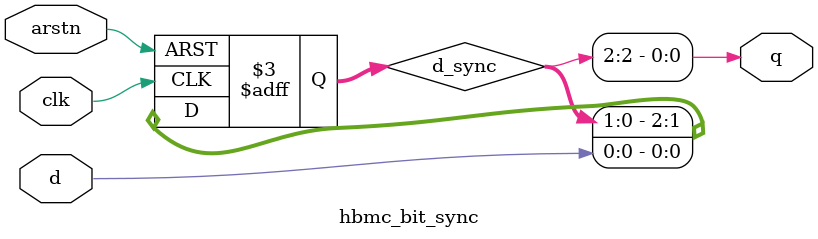
<source format=v>
/* 
 * ----------------------------------------------------------------------------
 *  Project:  OpenHBMC
 *  Filename: hbmc_bit_sync.v
 *  Purpose:  Single bit synchronizer.
 * ----------------------------------------------------------------------------
 *  Copyright © 2020-2021, Vaagn Oganesyan <ovgn@protonmail.com>
 *  
 *  Licensed under the Apache License, Version 2.0 (the "License");
 *  you may not use this file except in compliance with the License.
 *  You may obtain a copy of the License at
 *  
 *      http://www.apache.org/licenses/LICENSE-2.0
 *  
 *  Unless required by applicable law or agreed to in writing, software
 *  distributed under the License is distributed on an "AS IS" BASIS,
 *  WITHOUT WARRANTIES OR CONDITIONS OF ANY KIND, either express or implied.
 *  See the License for the specific language governing permissions and
 *  limitations under the License.
 * ----------------------------------------------------------------------------
 */


`default_nettype none
`timescale 1ps / 1ps


module hbmc_bit_sync #
(
    parameter integer C_SYNC_STAGES = 3,
    parameter         C_RESET_STATE = 1'b0
)
(
    input   wire    arstn,
    input   wire    clk,
    input   wire    d,
    output  wire    q
);

    (* shreg_extract = "no", ASYNC_REG = "TRUE" *)  reg [C_SYNC_STAGES - 1:0] d_sync;
    
    
    always @(posedge clk or negedge arstn) begin
        if (~arstn) begin
            d_sync <= {C_SYNC_STAGES{C_RESET_STATE}};
        end else begin
            d_sync <= {d_sync[C_SYNC_STAGES - 2:0], d};
        end 
    end
    
    
    assign q = d_sync[C_SYNC_STAGES - 1];
    
endmodule

/*----------------------------------------------------------------------------------------------------------------------------*/

`default_nettype wire

</source>
